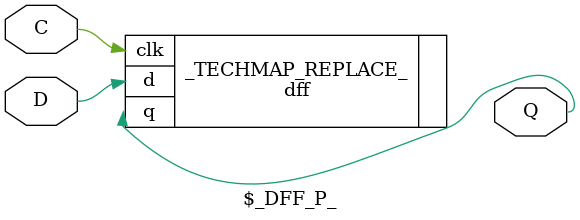
<source format=v>
module \$dff (input C, D, output Q);
    dff _TECHMAP_REPLACE_ (.clk(C), .d(D), .q(Q));
endmodule

// 若你的 simplemap 產生舊式 \$_DFF_P__，也順手包一下
module \$_DFF_P_ (input C, D, output Q);
    dff _TECHMAP_REPLACE_ (.clk(C), .d(D), .q(Q));
endmodule

</source>
